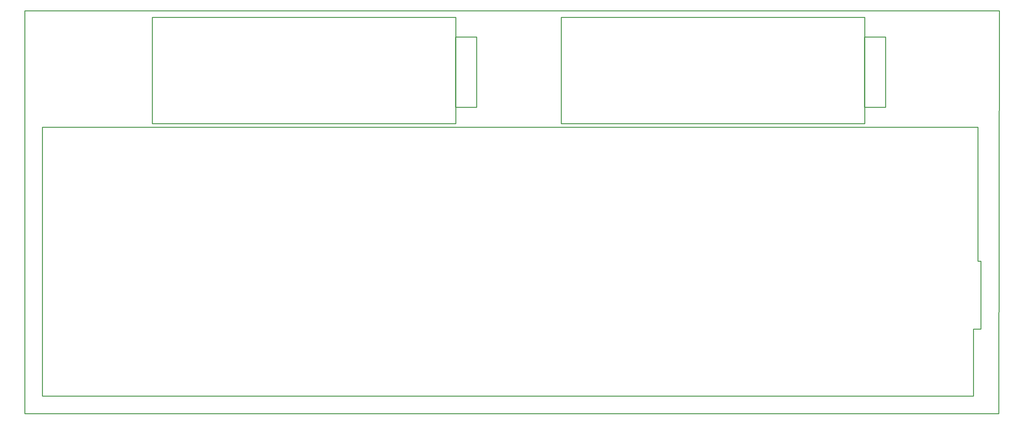
<source format=gko>
G04 Layer: BoardOutlineLayer*
G04 EasyEDA v6.5.34, 2023-08-10 18:14:54*
G04 5dc3205a5ac840d6a07c20858af23a92,5a6b42c53f6a479593ecc07194224c93,10*
G04 Gerber Generator version 0.2*
G04 Scale: 100 percent, Rotated: No, Reflected: No *
G04 Dimensions in millimeters *
G04 leading zeros omitted , absolute positions ,4 integer and 5 decimal *
%FSLAX45Y45*%
%MOMM*%

%ADD10C,0.2540*%
D10*
X0Y9004300D02*
G01*
X0Y11455400D01*
X27698700Y11455400D01*
X27686000Y0D01*
X0Y0D01*
X0Y9004300D01*
X495300Y8140700D02*
G01*
X495300Y495300D01*
X495300Y495300D02*
G01*
X26962100Y495300D01*
X26962100Y495300D02*
G01*
X26962100Y2400300D01*
X26962100Y2400300D02*
G01*
X27178000Y2400300D01*
X27178000Y2400300D02*
G01*
X27178000Y4330700D01*
X27178000Y4330700D02*
G01*
X27089100Y4330700D01*
X27089100Y4330700D02*
G01*
X27089100Y8140700D01*
X27089100Y8140700D02*
G01*
X495300Y8140700D01*
X3624199Y11267300D02*
G01*
X3624199Y8241906D01*
X3624199Y8241906D02*
G01*
X12249581Y8241906D01*
X12249581Y8241906D02*
G01*
X12249581Y11267300D01*
X12249581Y11267300D02*
G01*
X3624199Y11267300D01*
X12242800Y10704601D02*
G01*
X12242800Y8704605D01*
X12242800Y8704605D02*
G01*
X12842798Y8704605D01*
X12842798Y8704605D02*
G01*
X12842798Y10704601D01*
X12842798Y10704601D02*
G01*
X12242800Y10704601D01*
X15244699Y11267300D02*
G01*
X15244699Y8241906D01*
X15244699Y8241906D02*
G01*
X23870081Y8241906D01*
X23870081Y8241906D02*
G01*
X23870081Y11267300D01*
X23870081Y11267300D02*
G01*
X15244699Y11267300D01*
X23863300Y10704601D02*
G01*
X23863300Y8704605D01*
X23863300Y8704605D02*
G01*
X24463298Y8704605D01*
X24463298Y8704605D02*
G01*
X24463298Y10704601D01*
X24463298Y10704601D02*
G01*
X23863300Y10704601D01*

%LPD*%
M02*

</source>
